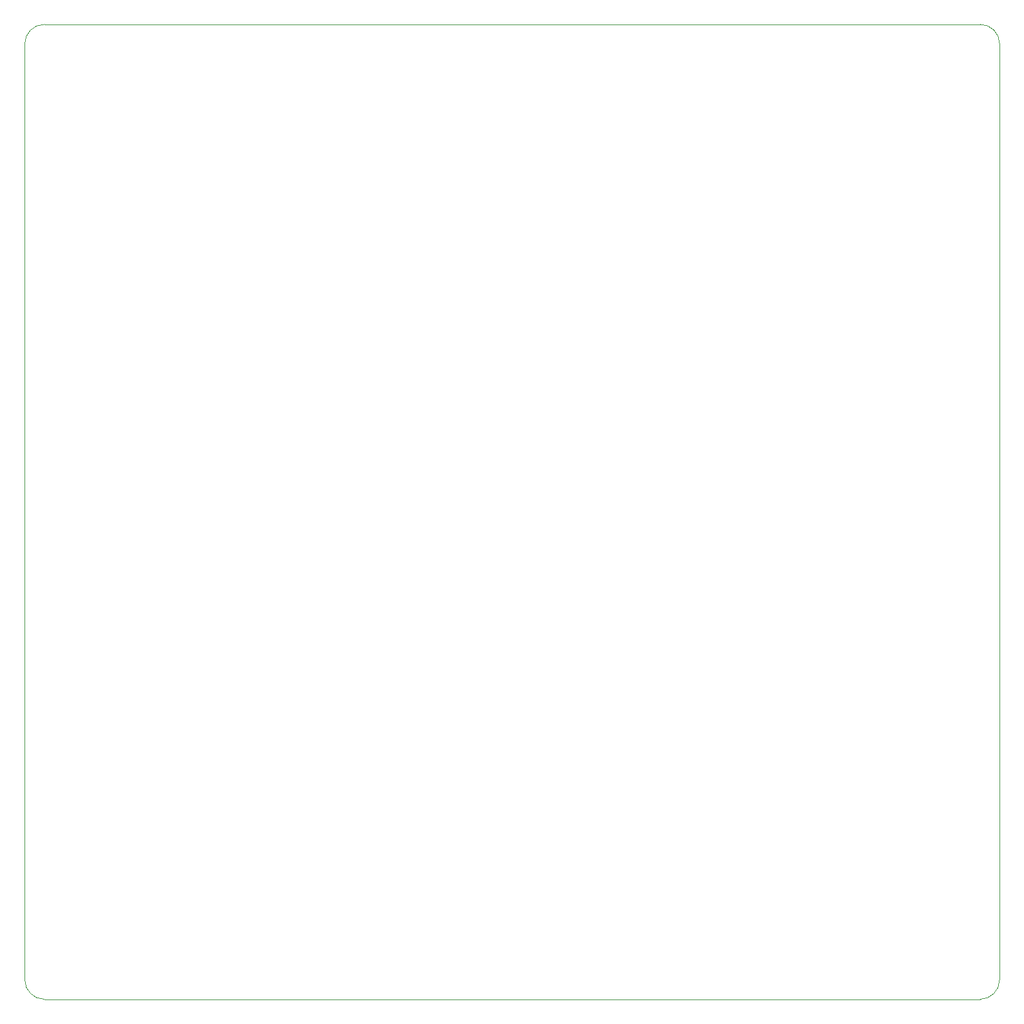
<source format=gbr>
%TF.GenerationSoftware,KiCad,Pcbnew,8.0.5*%
%TF.CreationDate,2024-12-31T15:17:50-08:00*%
%TF.ProjectId,emberone,656d6265-726f-46e6-952e-6b696361645f,rev?*%
%TF.SameCoordinates,Original*%
%TF.FileFunction,Profile,NP*%
%FSLAX46Y46*%
G04 Gerber Fmt 4.6, Leading zero omitted, Abs format (unit mm)*
G04 Created by KiCad (PCBNEW 8.0.5) date 2024-12-31 15:17:50*
%MOMM*%
%LPD*%
G01*
G04 APERTURE LIST*
%TA.AperFunction,Profile*%
%ADD10C,0.100000*%
%TD*%
G04 APERTURE END LIST*
D10*
X239915000Y-78675000D02*
G75*
G02*
X242475000Y-81235000I0J-2560000D01*
G01*
X114475000Y-81235000D02*
G75*
G02*
X117035000Y-78675000I2560000J0D01*
G01*
X242475000Y-204115000D02*
G75*
G02*
X239915000Y-206675000I-2560000J0D01*
G01*
X117035000Y-206675000D02*
G75*
G02*
X114475000Y-204115000I0J2560000D01*
G01*
X117035000Y-78675000D02*
X239915000Y-78675000D01*
X242475000Y-81235000D02*
X242475000Y-204115000D01*
X114475000Y-204115000D02*
X114475000Y-81235000D01*
X239915000Y-206675000D02*
X117035000Y-206675000D01*
M02*

</source>
